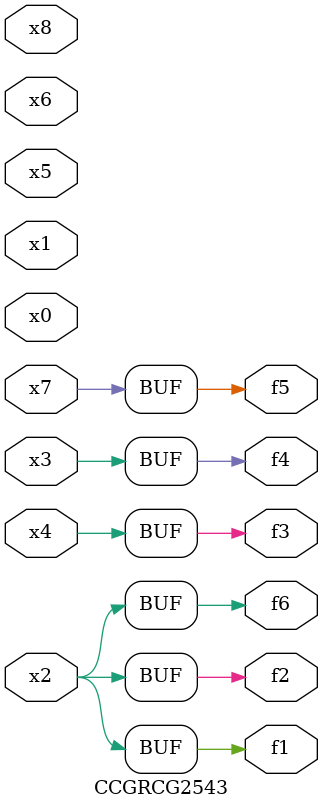
<source format=v>
module CCGRCG2543(
	input x0, x1, x2, x3, x4, x5, x6, x7, x8,
	output f1, f2, f3, f4, f5, f6
);
	assign f1 = x2;
	assign f2 = x2;
	assign f3 = x4;
	assign f4 = x3;
	assign f5 = x7;
	assign f6 = x2;
endmodule

</source>
